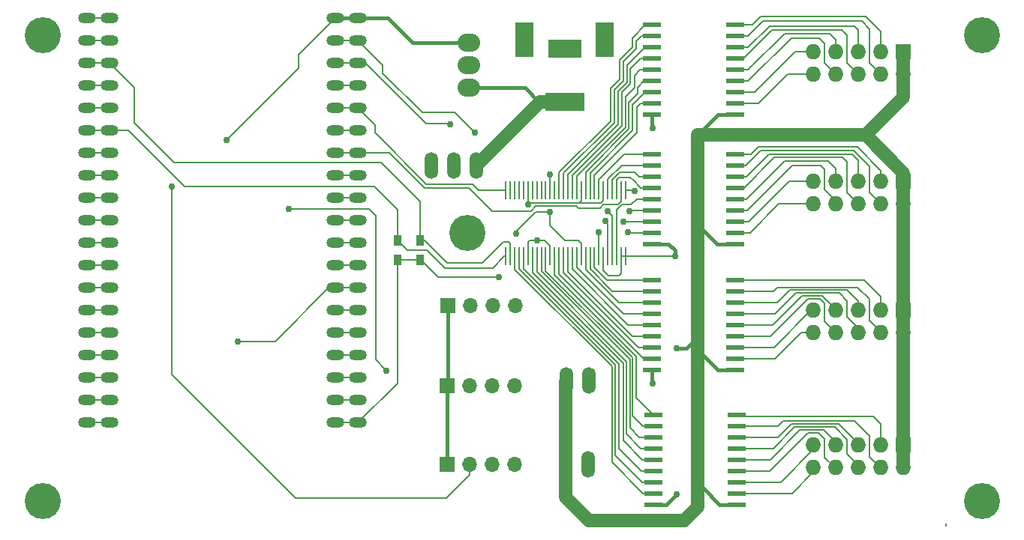
<source format=gtl>
G04 #@! TF.FileFunction,Copper,L1,Top,Signal*
%FSLAX46Y46*%
G04 Gerber Fmt 4.6, Leading zero omitted, Abs format (unit mm)*
G04 Created by KiCad (PCBNEW 4.0.6) date 06/27/17 09:44:02*
%MOMM*%
%LPD*%
G01*
G04 APERTURE LIST*
%ADD10C,0.100000*%
%ADD11O,2.540000X2.032000*%
%ADD12O,1.510000X3.010000*%
%ADD13R,4.400000X2.000000*%
%ADD14R,3.700000X2.000000*%
%ADD15R,2.000000X4.000000*%
%ADD16C,4.064000*%
%ADD17R,0.285000X2.000000*%
%ADD18R,1.700000X1.700000*%
%ADD19O,1.700000X1.700000*%
%ADD20R,2.000000X0.600000*%
%ADD21R,0.900000X1.200000*%
%ADD22O,2.000000X1.200000*%
%ADD23R,1.727200X1.727200*%
%ADD24O,1.727200X1.727200*%
%ADD25C,0.762000*%
%ADD26C,0.152400*%
%ADD27C,0.381000*%
%ADD28C,1.524000*%
G04 APERTURE END LIST*
D10*
D11*
X138176000Y-93535500D03*
X138176000Y-96075500D03*
X138176000Y-90995500D03*
D12*
X139001500Y-104838500D03*
X136461500Y-104838500D03*
X133921500Y-104838500D03*
D13*
X148971000Y-97630500D03*
D14*
X148971000Y-91630500D03*
D15*
X153471000Y-90630500D03*
X144471000Y-90630500D03*
D16*
X196088000Y-90106500D03*
X90043000Y-90106500D03*
X90043000Y-142811500D03*
X196088000Y-142811500D03*
X137998200Y-112509300D03*
D17*
X142348000Y-115129000D03*
X142848000Y-115129000D03*
X143348000Y-115129000D03*
X143848000Y-115129000D03*
X144348000Y-115129000D03*
X144848000Y-115129000D03*
X145348000Y-115129000D03*
X145848000Y-115129000D03*
X146348000Y-115129000D03*
X146848000Y-115129000D03*
X147348000Y-115129000D03*
X147848000Y-115129000D03*
X148348000Y-115129000D03*
X148848000Y-115129000D03*
X149348000Y-115129000D03*
X149848000Y-115129000D03*
X150348000Y-115129000D03*
X150848000Y-115129000D03*
X151348000Y-115129000D03*
X151848000Y-115129000D03*
X152348000Y-115129000D03*
X152848000Y-115129000D03*
X153348000Y-115129000D03*
X153848000Y-115129000D03*
X154348000Y-115129000D03*
X154848000Y-115129000D03*
X155348000Y-115129000D03*
X155848000Y-115129000D03*
X155848000Y-107629000D03*
X155348000Y-107629000D03*
X154848000Y-107629000D03*
X154348000Y-107629000D03*
X153848000Y-107629000D03*
X153348000Y-107629000D03*
X152848000Y-107629000D03*
X152348000Y-107629000D03*
X151848000Y-107629000D03*
X151348000Y-107629000D03*
X150848000Y-107629000D03*
X150348000Y-107629000D03*
X149848000Y-107629000D03*
X149348000Y-107629000D03*
X148848000Y-107629000D03*
X148348000Y-107629000D03*
X147848000Y-107629000D03*
X147348000Y-107629000D03*
X146848000Y-107629000D03*
X146348000Y-107629000D03*
X145848000Y-107629000D03*
X145348000Y-107629000D03*
X144848000Y-107629000D03*
X144348000Y-107629000D03*
X143848000Y-107629000D03*
X143348000Y-107629000D03*
X142848000Y-107629000D03*
X142348000Y-107629000D03*
D18*
X135763000Y-120650000D03*
D19*
X138303000Y-120650000D03*
X140843000Y-120650000D03*
X143383000Y-120650000D03*
D18*
X135699500Y-129730500D03*
D19*
X138239500Y-129730500D03*
X140779500Y-129730500D03*
X143319500Y-129730500D03*
D18*
X135699500Y-138620500D03*
D19*
X138239500Y-138620500D03*
X140779500Y-138620500D03*
X143319500Y-138620500D03*
D20*
X158850600Y-88963500D03*
X158850600Y-90233500D03*
X158850600Y-91503500D03*
X158850600Y-92773500D03*
X158850600Y-94043500D03*
X158850600Y-95313500D03*
X158850600Y-96583500D03*
X158850600Y-97853500D03*
X158850600Y-99123500D03*
X168250600Y-99123500D03*
X168250600Y-97853500D03*
X168250600Y-96583500D03*
X168250600Y-95313500D03*
X168250600Y-94043500D03*
X168250600Y-92773500D03*
X168250600Y-91503500D03*
X168250600Y-90233500D03*
X168250600Y-88963500D03*
X158825200Y-103543100D03*
X158825200Y-104813100D03*
X158825200Y-106083100D03*
X158825200Y-107353100D03*
X158825200Y-108623100D03*
X158825200Y-109893100D03*
X158825200Y-111163100D03*
X158825200Y-112433100D03*
X158825200Y-113703100D03*
X168225200Y-113703100D03*
X168225200Y-112433100D03*
X168225200Y-111163100D03*
X168225200Y-109893100D03*
X168225200Y-108623100D03*
X168225200Y-107353100D03*
X168225200Y-106083100D03*
X168225200Y-104813100D03*
X168225200Y-103543100D03*
X158850600Y-117792500D03*
X158850600Y-119062500D03*
X158850600Y-120332500D03*
X158850600Y-121602500D03*
X158850600Y-122872500D03*
X158850600Y-124142500D03*
X158850600Y-125412500D03*
X158850600Y-126682500D03*
X158850600Y-127952500D03*
X168250600Y-127952500D03*
X168250600Y-126682500D03*
X168250600Y-125412500D03*
X168250600Y-124142500D03*
X168250600Y-122872500D03*
X168250600Y-121602500D03*
X168250600Y-120332500D03*
X168250600Y-119062500D03*
X168250600Y-117792500D03*
X158977600Y-133007100D03*
X158977600Y-134277100D03*
X158977600Y-135547100D03*
X158977600Y-136817100D03*
X158977600Y-138087100D03*
X158977600Y-139357100D03*
X158977600Y-140627100D03*
X158977600Y-141897100D03*
X158977600Y-143167100D03*
X168377600Y-143167100D03*
X168377600Y-141897100D03*
X168377600Y-140627100D03*
X168377600Y-139357100D03*
X168377600Y-138087100D03*
X168377600Y-136817100D03*
X168377600Y-135547100D03*
X168377600Y-134277100D03*
X168377600Y-133007100D03*
D21*
X132651500Y-115527000D03*
X132651500Y-113327000D03*
X130111500Y-115527000D03*
X130111500Y-113327000D03*
D22*
X125653000Y-88201500D03*
X125653000Y-90741500D03*
X125653000Y-93281500D03*
X125653000Y-95821500D03*
X125653000Y-98361500D03*
X125653000Y-100901500D03*
X125653000Y-103441500D03*
X125653000Y-105981500D03*
X125653000Y-108521500D03*
X125653000Y-111061500D03*
X125653000Y-113601500D03*
X125653000Y-116141500D03*
X125653000Y-118681500D03*
X125653000Y-121221500D03*
X125653000Y-123761500D03*
X125653000Y-126301500D03*
X125653000Y-128841500D03*
X125653000Y-131381500D03*
X125653000Y-133921500D03*
X95073000Y-88201500D03*
X95073000Y-90741500D03*
X95073000Y-93281500D03*
X95073000Y-95821500D03*
X95073000Y-98361500D03*
X95073000Y-100901500D03*
X95073000Y-103441500D03*
X95073000Y-105981500D03*
X95073000Y-108521500D03*
X95073000Y-111061500D03*
X95073000Y-113601500D03*
X95073000Y-116141500D03*
X95073000Y-118681500D03*
X95073000Y-121221500D03*
X95073000Y-123761500D03*
X95073000Y-126301500D03*
X95073000Y-128841500D03*
X95073000Y-131381500D03*
X95073000Y-133921500D03*
X97613000Y-133921500D03*
X123063000Y-133921500D03*
X97613000Y-131381500D03*
X123063000Y-131381500D03*
X97613000Y-128841500D03*
X123063000Y-128841500D03*
X97613000Y-126301500D03*
X123063000Y-126301500D03*
X97613000Y-123761500D03*
X123063000Y-123761500D03*
X97613000Y-121221500D03*
X123063000Y-121221500D03*
X97613000Y-118681500D03*
X123063000Y-118681500D03*
X97613000Y-116141500D03*
X123063000Y-116141500D03*
X97613000Y-113601500D03*
X123063000Y-113601500D03*
X97613000Y-111061500D03*
X123063000Y-111061500D03*
X97613000Y-108521500D03*
X123063000Y-108521500D03*
X97613000Y-105981500D03*
X123063000Y-105981500D03*
X97613000Y-103441500D03*
X123063000Y-103441500D03*
X97613000Y-100901500D03*
X123063000Y-100901500D03*
X97613000Y-98361500D03*
X123063000Y-98361500D03*
X97613000Y-95821500D03*
X123063000Y-95821500D03*
X97613000Y-93281500D03*
X123063000Y-93281500D03*
X97613000Y-90741500D03*
X123063000Y-90741500D03*
X97613000Y-88201500D03*
X123063000Y-88201500D03*
D23*
X187198000Y-136461500D03*
D24*
X187198000Y-139001500D03*
X184658000Y-136461500D03*
X184658000Y-139001500D03*
X182118000Y-136461500D03*
X182118000Y-139001500D03*
X179578000Y-136461500D03*
X179578000Y-139001500D03*
X177038000Y-136461500D03*
X177038000Y-139001500D03*
D23*
X187198000Y-121221500D03*
D24*
X187198000Y-123761500D03*
X184658000Y-121221500D03*
X184658000Y-123761500D03*
X182118000Y-121221500D03*
X182118000Y-123761500D03*
X179578000Y-121221500D03*
X179578000Y-123761500D03*
X177038000Y-121221500D03*
X177038000Y-123761500D03*
D23*
X187198000Y-106616500D03*
D24*
X187198000Y-109156500D03*
X184658000Y-106616500D03*
X184658000Y-109156500D03*
X182118000Y-106616500D03*
X182118000Y-109156500D03*
X179578000Y-106616500D03*
X179578000Y-109156500D03*
X177038000Y-106616500D03*
X177038000Y-109156500D03*
D23*
X187198000Y-92011500D03*
D24*
X187198000Y-94551500D03*
X184658000Y-92011500D03*
X184658000Y-94551500D03*
X182118000Y-92011500D03*
X182118000Y-94551500D03*
X179578000Y-92011500D03*
X179578000Y-94551500D03*
X177038000Y-92011500D03*
X177038000Y-94551500D03*
D12*
X149123400Y-138620500D03*
X151663400Y-138620500D03*
X149174200Y-129171700D03*
X151714200Y-129171700D03*
D25*
X145859500Y-113284000D03*
X144843500Y-109283500D03*
X156908500Y-107759500D03*
X161417000Y-115062000D03*
X161607500Y-141986000D03*
X158877000Y-129476500D03*
X158877000Y-100647500D03*
X110807500Y-101981000D03*
X138874500Y-101155500D03*
X136080500Y-100203000D03*
X147320000Y-105854500D03*
X147320000Y-110109000D03*
X143510000Y-112585500D03*
X141541500Y-117475000D03*
X164084000Y-101536500D03*
X161607500Y-125476000D03*
X104648000Y-107251500D03*
X117856000Y-109791500D03*
X128841500Y-128016000D03*
X112077500Y-124714000D03*
X153797000Y-109982000D03*
X156273500Y-109982000D03*
X153543000Y-111125000D03*
X155638500Y-111188500D03*
X152844500Y-112395000D03*
X156146500Y-112395000D03*
D26*
X192024000Y-145605500D02*
X192024000Y-145351500D01*
X153348000Y-115129000D02*
X153348000Y-116708500D01*
X155348000Y-117003500D02*
X155348000Y-115129000D01*
X155067000Y-117284500D02*
X155348000Y-117003500D01*
X153924000Y-117284500D02*
X155067000Y-117284500D01*
X153348000Y-116708500D02*
X153924000Y-117284500D01*
X150848000Y-107629000D02*
X150848000Y-108867000D01*
X150848000Y-108867000D02*
X150622000Y-109093000D01*
X145859500Y-113284000D02*
X145034000Y-113284000D01*
X147348000Y-113883500D02*
X146748500Y-113284000D01*
X146748500Y-113284000D02*
X145859500Y-113284000D01*
X147348000Y-115129000D02*
X147348000Y-113883500D01*
X144848000Y-113470000D02*
X144848000Y-115129000D01*
X145034000Y-113284000D02*
X144848000Y-113470000D01*
X152844500Y-109093000D02*
X153035000Y-109093000D01*
X153225500Y-108902500D02*
X153348000Y-108780000D01*
X153348000Y-108780000D02*
X153348000Y-107629000D01*
X150622000Y-109093000D02*
X152844500Y-109093000D01*
X153035000Y-109093000D02*
X153225500Y-108902500D01*
X150304500Y-109093000D02*
X150622000Y-109093000D01*
X150304500Y-109093000D02*
X145034000Y-109093000D01*
X153348000Y-107629000D02*
X153348000Y-108526000D01*
X144848000Y-109279000D02*
X144843500Y-109283500D01*
X145034000Y-109283500D02*
X144843500Y-109474000D01*
X144848000Y-109279000D02*
X144848000Y-107629000D01*
X150812500Y-107664500D02*
X150848000Y-107629000D01*
X155848000Y-107629000D02*
X156778000Y-107629000D01*
X156778000Y-107629000D02*
X156908500Y-107759500D01*
X147348000Y-115129000D02*
X147348000Y-114201000D01*
X144848000Y-114295500D02*
X144848000Y-115129000D01*
D27*
X158825200Y-113703100D02*
X160693100Y-113703100D01*
X161417000Y-114427000D02*
X161417000Y-115062000D01*
X160693100Y-113703100D02*
X161417000Y-114427000D01*
D26*
X156146500Y-115062000D02*
X161417000Y-115062000D01*
D27*
X158977600Y-143167100D02*
X160426400Y-143167100D01*
X160426400Y-143167100D02*
X161607500Y-141986000D01*
D26*
X97613000Y-88201500D02*
X95073000Y-88201500D01*
X95073000Y-103441500D02*
X97613000Y-103441500D01*
X123063000Y-100901500D02*
X125653000Y-100901500D01*
X153348000Y-115129000D02*
X153348000Y-115946500D01*
X155348000Y-116051000D02*
X155348000Y-115129000D01*
X156146500Y-115062000D02*
X155415000Y-115062000D01*
X155415000Y-115062000D02*
X155348000Y-115129000D01*
X155915000Y-115062000D02*
X156146500Y-115062000D01*
X155915000Y-115062000D02*
X155848000Y-115129000D01*
D27*
X158850600Y-127952500D02*
X158850600Y-129450100D01*
X158850600Y-129450100D02*
X158877000Y-129476500D01*
X158850600Y-99123500D02*
X158850600Y-100621100D01*
X158850600Y-100621100D02*
X158877000Y-100647500D01*
X138176000Y-90995500D02*
X131826000Y-90995500D01*
X129032000Y-88201500D02*
X125603000Y-88201500D01*
X131826000Y-90995500D02*
X129032000Y-88201500D01*
D26*
X118935500Y-92329000D02*
X123063000Y-88201500D01*
X118935500Y-93853000D02*
X118935500Y-92329000D01*
X110807500Y-101981000D02*
X118935500Y-93853000D01*
D27*
X125653000Y-88201500D02*
X123063000Y-88201500D01*
D26*
X132905500Y-98869500D02*
X128460500Y-94424500D01*
X136588500Y-98869500D02*
X132905500Y-98869500D01*
X138874500Y-101155500D02*
X136588500Y-98869500D01*
X128460500Y-93549000D02*
X125653000Y-90741500D01*
X128460500Y-94424500D02*
X128460500Y-93549000D01*
X123063000Y-90741500D02*
X125653000Y-90741500D01*
X133350000Y-100139500D02*
X126492000Y-93281500D01*
X126492000Y-93281500D02*
X125653000Y-93281500D01*
X125653000Y-93281500D02*
X123063000Y-93281500D01*
X136080500Y-100203000D02*
X136017000Y-100139500D01*
X136017000Y-100139500D02*
X133350000Y-100139500D01*
X123063000Y-95821500D02*
X125653000Y-95821500D01*
X123063000Y-105981500D02*
X125653000Y-105981500D01*
X123063000Y-108521500D02*
X125653000Y-108521500D01*
X125653000Y-116141500D02*
X123063000Y-116141500D01*
X125653000Y-121221500D02*
X123063000Y-121221500D01*
X125653000Y-123761500D02*
X123063000Y-123761500D01*
X125653000Y-128841500D02*
X123063000Y-128841500D01*
X125653000Y-126301500D02*
X123063000Y-126301500D01*
X123063000Y-131381500D02*
X125653000Y-131381500D01*
X149034500Y-113347500D02*
X150558500Y-113347500D01*
X150848000Y-113637000D02*
X150848000Y-115129000D01*
X150558500Y-113347500D02*
X150848000Y-113637000D01*
X147320000Y-111569500D02*
X147320000Y-111633000D01*
X147320000Y-111633000D02*
X147510500Y-111823500D01*
X147510500Y-111823500D02*
X149034500Y-113347500D01*
X147320000Y-110109000D02*
X147320000Y-111569500D01*
X147320000Y-110109000D02*
X145669000Y-110109000D01*
X147348000Y-105882500D02*
X147320000Y-105854500D01*
X147348000Y-107629000D02*
X147348000Y-105882500D01*
X145669000Y-110109000D02*
X143510000Y-112268000D01*
X143510000Y-112268000D02*
X143510000Y-112585500D01*
X141541500Y-117475000D02*
X141541500Y-117475000D01*
X134683500Y-117475000D02*
X141541500Y-117475000D01*
X132735500Y-115527000D02*
X134683500Y-117475000D01*
X132651500Y-115527000D02*
X132735500Y-115527000D01*
X125653000Y-133921500D02*
X123063000Y-133921500D01*
X130111500Y-115527000D02*
X130111500Y-129463000D01*
X130111500Y-129463000D02*
X125653000Y-133921500D01*
X132588000Y-115527000D02*
X130111500Y-115527000D01*
X125653000Y-133921500D02*
X126555500Y-133921500D01*
X95073000Y-90741500D02*
X97613000Y-90741500D01*
X141605000Y-113919000D02*
X142049500Y-113474500D01*
X142848000Y-113638000D02*
X142848000Y-115129000D01*
X142684500Y-113474500D02*
X142848000Y-113638000D01*
X142049500Y-113474500D02*
X142684500Y-113474500D01*
X97613000Y-93281500D02*
X95073000Y-93281500D01*
X132651500Y-113327000D02*
X133202500Y-113327000D01*
X142848000Y-114273000D02*
X142848000Y-115129000D01*
X139700000Y-115824000D02*
X141605000Y-113919000D01*
X135699500Y-115824000D02*
X139700000Y-115824000D01*
X133202500Y-113327000D02*
X135699500Y-115824000D01*
X132651500Y-113327000D02*
X132651500Y-108902500D01*
X100393500Y-96062000D02*
X97613000Y-93281500D01*
X100393500Y-100012500D02*
X100393500Y-96062000D01*
X104902000Y-104521000D02*
X100393500Y-100012500D01*
X128270000Y-104521000D02*
X104902000Y-104521000D01*
X132651500Y-108902500D02*
X128270000Y-104521000D01*
X97613000Y-95821500D02*
X95073000Y-95821500D01*
X97613000Y-98361500D02*
X95073000Y-98361500D01*
X97613000Y-100901500D02*
X95073000Y-100901500D01*
X142348000Y-115129000D02*
X142173000Y-115129000D01*
X131211500Y-114427000D02*
X130111500Y-113327000D01*
X133413500Y-114427000D02*
X131211500Y-114427000D01*
X135445500Y-116459000D02*
X133413500Y-114427000D01*
X140843000Y-116459000D02*
X135445500Y-116459000D01*
X142173000Y-115129000D02*
X140843000Y-116459000D01*
X130111500Y-113327000D02*
X130111500Y-109855000D01*
X99695000Y-100901500D02*
X97613000Y-100901500D01*
X106045000Y-107251500D02*
X99695000Y-100901500D01*
X127508000Y-107251500D02*
X106045000Y-107251500D01*
X130111500Y-109855000D02*
X127508000Y-107251500D01*
X142348000Y-107629000D02*
X139315500Y-107629000D01*
X127571500Y-100280000D02*
X125653000Y-98361500D01*
X127571500Y-101155500D02*
X127571500Y-100280000D01*
X133350000Y-106934000D02*
X127571500Y-101155500D01*
X138620500Y-106934000D02*
X133350000Y-106934000D01*
X139315500Y-107629000D02*
X138620500Y-106934000D01*
X125653000Y-98361500D02*
X123063000Y-98361500D01*
X153416000Y-109283500D02*
X153352500Y-109283500D01*
X153352500Y-109283500D02*
X152971500Y-109664500D01*
X152781000Y-109664500D02*
X152971500Y-109664500D01*
X129730500Y-103949500D02*
X129222500Y-103441500D01*
X129222500Y-103441500D02*
X125653000Y-103441500D01*
X133159500Y-107378500D02*
X131445000Y-105664000D01*
X138176000Y-107378500D02*
X133159500Y-107378500D01*
X140779500Y-109982000D02*
X138176000Y-107378500D01*
X145161000Y-109982000D02*
X140779500Y-109982000D01*
X131445000Y-105664000D02*
X129730500Y-103949500D01*
X152781000Y-109664500D02*
X150558500Y-109664500D01*
X145732500Y-109410500D02*
X150050500Y-109410500D01*
X150050500Y-109410500D02*
X150114000Y-109410500D01*
X145161000Y-109982000D02*
X145732500Y-109410500D01*
X150304500Y-109410500D02*
X150558500Y-109664500D01*
X150114000Y-109410500D02*
X150304500Y-109410500D01*
X155348000Y-107629000D02*
X155348000Y-108875500D01*
X155348000Y-108875500D02*
X155003500Y-109220000D01*
X154686000Y-109283500D02*
X154940000Y-109283500D01*
X154686000Y-109283500D02*
X153416000Y-109283500D01*
X154940000Y-109283500D02*
X155003500Y-109220000D01*
X155321000Y-107656000D02*
X155348000Y-107629000D01*
X125653000Y-103441500D02*
X123063000Y-103441500D01*
X95073000Y-111061500D02*
X97613000Y-111061500D01*
X95073000Y-113601500D02*
X97613000Y-113601500D01*
X95073000Y-116141500D02*
X97613000Y-116141500D01*
X97613000Y-118681500D02*
X95073000Y-118681500D01*
X97613000Y-121221500D02*
X95073000Y-121221500D01*
X95073000Y-123761500D02*
X97613000Y-123761500D01*
X97613000Y-126301500D02*
X95073000Y-126301500D01*
X97613000Y-128841500D02*
X95073000Y-128841500D01*
X95073000Y-131381500D02*
X97613000Y-131381500D01*
X97613000Y-133921500D02*
X95073000Y-133921500D01*
D28*
X164084000Y-101536500D02*
X163957000Y-101536500D01*
X163957000Y-101536500D02*
X163957000Y-101409500D01*
D27*
X146209500Y-97630500D02*
X146081000Y-97630500D01*
X144526000Y-96075500D02*
X138176000Y-96075500D01*
X146081000Y-97630500D02*
X144526000Y-96075500D01*
D28*
X146209500Y-97630500D02*
X144677500Y-99162500D01*
X148971000Y-97630500D02*
X146209500Y-97630500D01*
D27*
X163893500Y-124333000D02*
X162750500Y-125476000D01*
X162750500Y-125476000D02*
X161607500Y-125476000D01*
X163893500Y-124333000D02*
X163957000Y-124333000D01*
D28*
X187198000Y-136461500D02*
X187198000Y-139001500D01*
X187198000Y-123761500D02*
X187198000Y-136461500D01*
D27*
X163957000Y-123126500D02*
X164274500Y-123126500D01*
X164274500Y-123126500D02*
X163957000Y-123126500D01*
D28*
X149123400Y-138620500D02*
X149123400Y-129222500D01*
X149123400Y-129222500D02*
X149174200Y-129171700D01*
X163957000Y-141351000D02*
X163957000Y-143446500D01*
X149123400Y-142392400D02*
X149123400Y-138620500D01*
X151701500Y-144970500D02*
X149123400Y-142392400D01*
X162433000Y-144970500D02*
X151701500Y-144970500D01*
X163957000Y-143446500D02*
X162433000Y-144970500D01*
D27*
X163957000Y-141351000D02*
X164655500Y-141351000D01*
X166471600Y-143167100D02*
X168377600Y-143167100D01*
X164655500Y-141351000D02*
X166471600Y-143167100D01*
X163957000Y-126238000D02*
X164592000Y-126238000D01*
X166306500Y-127952500D02*
X168250600Y-127952500D01*
X164592000Y-126238000D02*
X166306500Y-127952500D01*
X163957000Y-111760000D02*
X164274500Y-111760000D01*
X166217600Y-113703100D02*
X168225200Y-113703100D01*
X164274500Y-111760000D02*
X166217600Y-113703100D01*
D28*
X163957000Y-101409500D02*
X163957000Y-111760000D01*
X163957000Y-111760000D02*
X163957000Y-123126500D01*
X163957000Y-123126500D02*
X163957000Y-124333000D01*
X163957000Y-124333000D02*
X163957000Y-126238000D01*
X163957000Y-126238000D02*
X163957000Y-141351000D01*
X187198000Y-121221500D02*
X187198000Y-123761500D01*
X187198000Y-109156500D02*
X187198000Y-121221500D01*
X187198000Y-106616500D02*
X187198000Y-109156500D01*
X182943500Y-101409500D02*
X187198000Y-105664000D01*
X187198000Y-105664000D02*
X187198000Y-106616500D01*
X187198000Y-94551500D02*
X187198000Y-92011500D01*
X163957000Y-101409500D02*
X182943500Y-101409500D01*
X187198000Y-97155000D02*
X187198000Y-94551500D01*
X182943500Y-101409500D02*
X187198000Y-97155000D01*
D27*
X168250600Y-99123500D02*
X166243000Y-99123500D01*
X166243000Y-99123500D02*
X163957000Y-101409500D01*
D28*
X144677500Y-99162500D02*
X139001500Y-104838500D01*
D27*
X135699500Y-129730500D02*
X135699500Y-138620500D01*
X135763000Y-120650000D02*
X135763000Y-129667000D01*
X135763000Y-129667000D02*
X135699500Y-129730500D01*
X135763000Y-129603500D02*
X135636000Y-129730500D01*
D26*
X184658000Y-136461500D02*
X184658000Y-134048500D01*
X183832500Y-133223000D02*
X168593500Y-133223000D01*
X184658000Y-134048500D02*
X183832500Y-133223000D01*
X168593500Y-133223000D02*
X168377600Y-133007100D01*
X184658000Y-139001500D02*
X184594500Y-139001500D01*
X184594500Y-139001500D02*
X183388000Y-137795000D01*
X183388000Y-137795000D02*
X183388000Y-135445500D01*
X183388000Y-135445500D02*
X181673500Y-133731000D01*
X181673500Y-133731000D02*
X173609000Y-133731000D01*
X173609000Y-133731000D02*
X173062900Y-134277100D01*
X173062900Y-134277100D02*
X168377600Y-134277100D01*
X182118000Y-136461500D02*
X182118000Y-136271000D01*
X182118000Y-136271000D02*
X179895500Y-134048500D01*
X179895500Y-134048500D02*
X174561500Y-134048500D01*
X174561500Y-134048500D02*
X173062900Y-135547100D01*
X173062900Y-135547100D02*
X168377600Y-135547100D01*
X182118000Y-139001500D02*
X182118000Y-138684000D01*
X182118000Y-138684000D02*
X180848000Y-137414000D01*
X180848000Y-137414000D02*
X180848000Y-135826500D01*
X180848000Y-135826500D02*
X179451000Y-134429500D01*
X179451000Y-134429500D02*
X174942500Y-134429500D01*
X174942500Y-134429500D02*
X172554900Y-136817100D01*
X172554900Y-136817100D02*
X168377600Y-136817100D01*
X179578000Y-136461500D02*
X179578000Y-136080500D01*
X179578000Y-136080500D02*
X178244500Y-134747000D01*
X178244500Y-134747000D02*
X175514000Y-134747000D01*
X175514000Y-134747000D02*
X172173900Y-138087100D01*
X172173900Y-138087100D02*
X168377600Y-138087100D01*
X179578000Y-139001500D02*
X179451000Y-139001500D01*
X179451000Y-139001500D02*
X178308000Y-137858500D01*
X178308000Y-137858500D02*
X178308000Y-135763000D01*
X178308000Y-135763000D02*
X177609500Y-135064500D01*
X177609500Y-135064500D02*
X176403000Y-135064500D01*
X176403000Y-135064500D02*
X172110400Y-139357100D01*
X172110400Y-139357100D02*
X168377600Y-139357100D01*
X177038000Y-136461500D02*
X177038000Y-136969500D01*
X177038000Y-136969500D02*
X173380400Y-140627100D01*
X173380400Y-140627100D02*
X168377600Y-140627100D01*
X177038000Y-139001500D02*
X177038000Y-139509500D01*
X177038000Y-139509500D02*
X174650400Y-141897100D01*
X174650400Y-141897100D02*
X168377600Y-141897100D01*
X168250600Y-117792500D02*
X182753000Y-117792500D01*
X182753000Y-117792500D02*
X184658000Y-119697500D01*
X184658000Y-119697500D02*
X184658000Y-121221500D01*
X184658000Y-123761500D02*
X184658000Y-123634500D01*
X184658000Y-123634500D02*
X183388000Y-122364500D01*
X183388000Y-122364500D02*
X183388000Y-119951500D01*
X183388000Y-119951500D02*
X182054500Y-118618000D01*
X182054500Y-118618000D02*
X172974000Y-118618000D01*
X172974000Y-118618000D02*
X172529500Y-119062500D01*
X172529500Y-119062500D02*
X168250600Y-119062500D01*
X168250600Y-120332500D02*
X172974000Y-120332500D01*
X172974000Y-120332500D02*
X174371000Y-118935500D01*
X174371000Y-118935500D02*
X180848000Y-118935500D01*
X180848000Y-118935500D02*
X182118000Y-120205500D01*
X182118000Y-120205500D02*
X182118000Y-121221500D01*
X182118000Y-123761500D02*
X182118000Y-123253500D01*
X182118000Y-123253500D02*
X180848000Y-121983500D01*
X180848000Y-121983500D02*
X180848000Y-120142000D01*
X180848000Y-120142000D02*
X179959000Y-119253000D01*
X179959000Y-119253000D02*
X175069500Y-119253000D01*
X175069500Y-119253000D02*
X172720000Y-121602500D01*
X172720000Y-121602500D02*
X168250600Y-121602500D01*
X179578000Y-121221500D02*
X179578000Y-121094500D01*
X179578000Y-121094500D02*
X178054000Y-119570500D01*
X178054000Y-119570500D02*
X175768000Y-119570500D01*
X175768000Y-119570500D02*
X172466000Y-122872500D01*
X172466000Y-122872500D02*
X168250600Y-122872500D01*
X168250600Y-124142500D02*
X172212000Y-124142500D01*
X172212000Y-124142500D02*
X176466500Y-119888000D01*
X176466500Y-119888000D02*
X177800000Y-119888000D01*
X177800000Y-119888000D02*
X178308000Y-120396000D01*
X178308000Y-120396000D02*
X178308000Y-122491500D01*
X178308000Y-122491500D02*
X179578000Y-123761500D01*
X177038000Y-121221500D02*
X176784000Y-121221500D01*
X176784000Y-121221500D02*
X172593000Y-125412500D01*
X172593000Y-125412500D02*
X168250600Y-125412500D01*
X177038000Y-123761500D02*
X175641000Y-123761500D01*
X175641000Y-123761500D02*
X172720000Y-126682500D01*
X172720000Y-126682500D02*
X168250600Y-126682500D01*
X184658000Y-106616500D02*
X184658000Y-105410000D01*
X170014900Y-103543100D02*
X168225200Y-103543100D01*
X170815000Y-102743000D02*
X170014900Y-103543100D01*
X181991000Y-102743000D02*
X170815000Y-102743000D01*
X184658000Y-105410000D02*
X181991000Y-102743000D01*
X168225200Y-104813100D02*
X169443400Y-104813100D01*
X183388000Y-107886500D02*
X184658000Y-109156500D01*
X183388000Y-104902000D02*
X183388000Y-107886500D01*
X181610000Y-103124000D02*
X183388000Y-104902000D01*
X171132500Y-103124000D02*
X181610000Y-103124000D01*
X169443400Y-104813100D02*
X171132500Y-103124000D01*
X182118000Y-106616500D02*
X182118000Y-104267000D01*
X169506900Y-106083100D02*
X168225200Y-106083100D01*
X172021500Y-103568500D02*
X169506900Y-106083100D01*
X181419500Y-103568500D02*
X172021500Y-103568500D01*
X182118000Y-104267000D02*
X181419500Y-103568500D01*
X168225200Y-107353100D02*
X169252900Y-107353100D01*
X180848000Y-107886500D02*
X182118000Y-109156500D01*
X180848000Y-104457500D02*
X180848000Y-107886500D01*
X180340000Y-103949500D02*
X180848000Y-104457500D01*
X172656500Y-103949500D02*
X180340000Y-103949500D01*
X169252900Y-107353100D02*
X172656500Y-103949500D01*
X179578000Y-106616500D02*
X179578000Y-105219500D01*
X169506900Y-108623100D02*
X168225200Y-108623100D01*
X173799500Y-104330500D02*
X169506900Y-108623100D01*
X178689000Y-104330500D02*
X173799500Y-104330500D01*
X179578000Y-105219500D02*
X178689000Y-104330500D01*
X179578000Y-109156500D02*
X179578000Y-108839000D01*
X179578000Y-108839000D02*
X178308000Y-107569000D01*
X178308000Y-107569000D02*
X178308000Y-105283000D01*
X178308000Y-105283000D02*
X177863500Y-104838500D01*
X177863500Y-104838500D02*
X174625000Y-104838500D01*
X174625000Y-104838500D02*
X169570400Y-109893100D01*
X169570400Y-109893100D02*
X168225200Y-109893100D01*
X177038000Y-106616500D02*
X174307500Y-106616500D01*
X169760900Y-111163100D02*
X168225200Y-111163100D01*
X174307500Y-106616500D02*
X169760900Y-111163100D01*
X177038000Y-109156500D02*
X173164500Y-109156500D01*
X169887900Y-112433100D02*
X168225200Y-112433100D01*
X173164500Y-109156500D02*
X169887900Y-112433100D01*
X168250600Y-88963500D02*
X170180000Y-88963500D01*
X184658000Y-89725500D02*
X184658000Y-92011500D01*
X182943500Y-88011000D02*
X184658000Y-89725500D01*
X171132500Y-88011000D02*
X182943500Y-88011000D01*
X170180000Y-88963500D02*
X171132500Y-88011000D01*
X168250600Y-90233500D02*
X169672000Y-90233500D01*
X183388000Y-93281500D02*
X184658000Y-94551500D01*
X183388000Y-89408000D02*
X183388000Y-93281500D01*
X182499000Y-88519000D02*
X183388000Y-89408000D01*
X171386500Y-88519000D02*
X182499000Y-88519000D01*
X169672000Y-90233500D02*
X171386500Y-88519000D01*
X182118000Y-92011500D02*
X182118000Y-89535000D01*
X169672000Y-91503500D02*
X168250600Y-91503500D01*
X172085000Y-89090500D02*
X169672000Y-91503500D01*
X181673500Y-89090500D02*
X172085000Y-89090500D01*
X182118000Y-89535000D02*
X181673500Y-89090500D01*
X168250600Y-92773500D02*
X169164000Y-92773500D01*
X169164000Y-92773500D02*
X172402500Y-89535000D01*
X172402500Y-89535000D02*
X180276500Y-89535000D01*
X180276500Y-89535000D02*
X180848000Y-90106500D01*
X180848000Y-90106500D02*
X180848000Y-93281500D01*
X180848000Y-93281500D02*
X182118000Y-94551500D01*
X182118000Y-94551500D02*
X181927500Y-94551500D01*
X170180000Y-93535500D02*
X173355000Y-90360500D01*
X173355000Y-90360500D02*
X173799500Y-89916000D01*
X179578000Y-92011500D02*
X179578000Y-90614500D01*
X178879500Y-89916000D02*
X173799500Y-89916000D01*
X179578000Y-90614500D02*
X178879500Y-89916000D01*
X169672000Y-94043500D02*
X168250600Y-94043500D01*
X170180000Y-93535500D02*
X169672000Y-94043500D01*
X179578000Y-94551500D02*
X179578000Y-94488000D01*
X179578000Y-94488000D02*
X178308000Y-93218000D01*
X178308000Y-93218000D02*
X178308000Y-91059000D01*
X178308000Y-91059000D02*
X177673000Y-90424000D01*
X177673000Y-90424000D02*
X174561500Y-90424000D01*
X174561500Y-90424000D02*
X169672000Y-95313500D01*
X169672000Y-95313500D02*
X168250600Y-95313500D01*
X177038000Y-92011500D02*
X175006000Y-92011500D01*
X170434000Y-96583500D02*
X168250600Y-96583500D01*
X175006000Y-92011500D02*
X170434000Y-96583500D01*
X177038000Y-94551500D02*
X174117000Y-94551500D01*
X170815000Y-97853500D02*
X168250600Y-97853500D01*
X174117000Y-94551500D02*
X170815000Y-97853500D01*
X138239500Y-138620500D02*
X138239500Y-139795000D01*
X138239500Y-139795000D02*
X135604000Y-142430500D01*
X104648000Y-107251500D02*
X104648000Y-128460500D01*
X104648000Y-128460500D02*
X118618000Y-142430500D01*
X118618000Y-142430500D02*
X135604000Y-142430500D01*
X127635000Y-110490000D02*
X126936500Y-109791500D01*
X126936500Y-109791500D02*
X117856000Y-109791500D01*
X128841500Y-128016000D02*
X127635000Y-126809500D01*
X127635000Y-126809500D02*
X127635000Y-110490000D01*
X123063000Y-118681500D02*
X122364500Y-118681500D01*
X122364500Y-118681500D02*
X116332000Y-124714000D01*
X116332000Y-124714000D02*
X112077500Y-124714000D01*
X123063000Y-118681500D02*
X125653000Y-118681500D01*
X147848000Y-115129000D02*
X147848000Y-117241000D01*
X157035500Y-131065000D02*
X158977600Y-133007100D01*
X157035500Y-126428500D02*
X157035500Y-131065000D01*
X147848000Y-117241000D02*
X157035500Y-126428500D01*
X146848000Y-115129000D02*
X146848000Y-116749000D01*
X157835600Y-134277100D02*
X158977600Y-134277100D01*
X156654500Y-133096000D02*
X157835600Y-134277100D01*
X156654500Y-126555500D02*
X156654500Y-133096000D01*
X146848000Y-116749000D02*
X156654500Y-126555500D01*
X146348000Y-115129000D02*
X146348000Y-116820500D01*
X157391100Y-135547100D02*
X158977600Y-135547100D01*
X156337000Y-134493000D02*
X157391100Y-135547100D01*
X156337000Y-126809500D02*
X156337000Y-134493000D01*
X146348000Y-116820500D02*
X156337000Y-126809500D01*
X155956000Y-134810500D02*
X155956000Y-135191500D01*
X157581600Y-136817100D02*
X158977600Y-136817100D01*
X155956000Y-135191500D02*
X157581600Y-136817100D01*
X145848000Y-115129000D02*
X145848000Y-116892000D01*
X155956000Y-127000000D02*
X155956000Y-134810500D01*
X145848000Y-116892000D02*
X155956000Y-127000000D01*
X155575000Y-135826500D02*
X155575000Y-135890000D01*
X155575000Y-135890000D02*
X157772100Y-138087100D01*
X157772100Y-138087100D02*
X158977600Y-138087100D01*
X155448000Y-127063500D02*
X155575000Y-127190500D01*
X155575000Y-127190500D02*
X155575000Y-135826500D01*
X155575000Y-135890000D02*
X155575000Y-135826500D01*
X145348000Y-116963500D02*
X145348000Y-115129000D01*
X155448000Y-127063500D02*
X145348000Y-116963500D01*
X155067000Y-127254000D02*
X155130500Y-127317500D01*
X155130500Y-136842500D02*
X157645100Y-139357100D01*
X155130500Y-127317500D02*
X155130500Y-136842500D01*
X144348000Y-115129000D02*
X144348000Y-116535000D01*
X157645100Y-139357100D02*
X158977600Y-139357100D01*
X144348000Y-116535000D02*
X155067000Y-127254000D01*
X154686000Y-137096500D02*
X154686000Y-137604500D01*
X157708600Y-140627100D02*
X158977600Y-140627100D01*
X154686000Y-137604500D02*
X157708600Y-140627100D01*
X143848000Y-115129000D02*
X143848000Y-116543000D01*
X154686000Y-127381000D02*
X154686000Y-137096500D01*
X143848000Y-116543000D02*
X154686000Y-127381000D01*
X158216600Y-140627100D02*
X158977600Y-140627100D01*
X154305000Y-137604500D02*
X154305000Y-138366500D01*
X154305000Y-138366500D02*
X157835600Y-141897100D01*
X143348000Y-115129000D02*
X143348000Y-116614500D01*
X157835600Y-141897100D02*
X158977600Y-141897100D01*
X154305000Y-127571500D02*
X154305000Y-137604500D01*
X143348000Y-116614500D02*
X154305000Y-127571500D01*
X152348000Y-115129000D02*
X152348000Y-116407000D01*
X153733500Y-117792500D02*
X153987500Y-117792500D01*
X152348000Y-116407000D02*
X153733500Y-117792500D01*
X158850600Y-117792500D02*
X153987500Y-117792500D01*
X151848000Y-115129000D02*
X151848000Y-116542000D01*
X154368500Y-119062500D02*
X158850600Y-119062500D01*
X151848000Y-116542000D02*
X154368500Y-119062500D01*
X151348000Y-115129000D02*
X151348000Y-116613500D01*
X155067000Y-120332500D02*
X158850600Y-120332500D01*
X151348000Y-116613500D02*
X155067000Y-120332500D01*
X150348000Y-115129000D02*
X150348000Y-116375500D01*
X155575000Y-121602500D02*
X158850600Y-121602500D01*
X150348000Y-116375500D02*
X155575000Y-121602500D01*
X150348000Y-115129000D02*
X150348000Y-115931000D01*
X149848000Y-115129000D02*
X149848000Y-116574000D01*
X156146500Y-122872500D02*
X158850600Y-122872500D01*
X149848000Y-116574000D02*
X156146500Y-122872500D01*
X149848000Y-115129000D02*
X149848000Y-116066000D01*
X149348000Y-116459000D02*
X149348000Y-116836000D01*
X156654500Y-124142500D02*
X158850600Y-124142500D01*
X149348000Y-116836000D02*
X156654500Y-124142500D01*
X149348000Y-116328000D02*
X149348000Y-116459000D01*
X149348000Y-116328000D02*
X149348000Y-115129000D01*
X148848000Y-116840000D02*
X148848000Y-116971000D01*
X157289500Y-125412500D02*
X158850600Y-125412500D01*
X148848000Y-116971000D02*
X157289500Y-125412500D01*
X148848000Y-116395500D02*
X148848000Y-116840000D01*
X148848000Y-116395500D02*
X148848000Y-115129000D01*
X148348000Y-116522500D02*
X148348000Y-117106000D01*
X148348000Y-117106000D02*
X157924500Y-126682500D01*
X157924500Y-126682500D02*
X158850600Y-126682500D01*
X158850600Y-126682500D02*
X158242000Y-126682500D01*
X148348000Y-116522500D02*
X148348000Y-115129000D01*
X152848000Y-107629000D02*
X152848000Y-106422500D01*
X155727400Y-103543100D02*
X158825200Y-103543100D01*
X152848000Y-106422500D02*
X155727400Y-103543100D01*
X152848000Y-107629000D02*
X152848000Y-106867000D01*
X152844500Y-107625500D02*
X152848000Y-107629000D01*
X153848000Y-106616500D02*
X153848000Y-106375000D01*
X155409900Y-104813100D02*
X158825200Y-104813100D01*
X153848000Y-106375000D02*
X155409900Y-104813100D01*
X153848000Y-106616500D02*
X153848000Y-107629000D01*
X158799800Y-104838500D02*
X158825200Y-104813100D01*
X154348000Y-107629000D02*
X154348000Y-106446500D01*
X155194000Y-105600500D02*
X155638500Y-105600500D01*
X154348000Y-106446500D02*
X155194000Y-105600500D01*
X156908500Y-105600500D02*
X157391100Y-106083100D01*
X155638500Y-105600500D02*
X156908500Y-105600500D01*
X158825200Y-106083100D02*
X157391100Y-106083100D01*
X154348000Y-106700500D02*
X154348000Y-107629000D01*
X156781500Y-106553000D02*
X156400500Y-106172000D01*
X154848000Y-106454500D02*
X154848000Y-107629000D01*
X155130500Y-106172000D02*
X154848000Y-106454500D01*
X156400500Y-106172000D02*
X155130500Y-106172000D01*
X154848000Y-107629000D02*
X154848000Y-106899000D01*
X157581600Y-107353100D02*
X158825200Y-107353100D01*
X156781500Y-106553000D02*
X157581600Y-107353100D01*
X155479750Y-109251750D02*
X156495750Y-109251750D01*
X157124400Y-108623100D02*
X158825200Y-108623100D01*
X156495750Y-109251750D02*
X157124400Y-108623100D01*
X154848000Y-109883500D02*
X154848000Y-115129000D01*
X155479750Y-109251750D02*
X154848000Y-109883500D01*
X158825200Y-109893100D02*
X156362400Y-109893100D01*
X154348000Y-110533000D02*
X154348000Y-115129000D01*
X153797000Y-109982000D02*
X154348000Y-110533000D01*
X156362400Y-109893100D02*
X156273500Y-109982000D01*
X158825200Y-111163100D02*
X155663900Y-111163100D01*
X153848000Y-111430000D02*
X153848000Y-115129000D01*
X153543000Y-111125000D02*
X153848000Y-111430000D01*
X155663900Y-111163100D02*
X155638500Y-111188500D01*
X158825200Y-112433100D02*
X156184600Y-112433100D01*
X152848000Y-112398500D02*
X152848000Y-115129000D01*
X152844500Y-112395000D02*
X152848000Y-112398500D01*
X156184600Y-112433100D02*
X156146500Y-112395000D01*
X148348000Y-107629000D02*
X148348000Y-105652000D01*
X148348000Y-105652000D02*
X154178000Y-99822000D01*
X158850600Y-88963500D02*
X158051500Y-88963500D01*
X158051500Y-88963500D02*
X156591000Y-90424000D01*
X156591000Y-90424000D02*
X156591000Y-91503500D01*
X156591000Y-91503500D02*
X155194000Y-92900500D01*
X155194000Y-92900500D02*
X155194000Y-95123000D01*
X155194000Y-95123000D02*
X154178000Y-96139000D01*
X154178000Y-96139000D02*
X154178000Y-99822000D01*
X158850600Y-88963500D02*
X158178500Y-88963500D01*
X148848000Y-107629000D02*
X148848000Y-105723500D01*
X148848000Y-105723500D02*
X154559000Y-100012500D01*
X157607000Y-90233500D02*
X158850600Y-90233500D01*
X157035500Y-90805000D02*
X157607000Y-90233500D01*
X157035500Y-91630500D02*
X157035500Y-90805000D01*
X155575000Y-93091000D02*
X157035500Y-91630500D01*
X155575000Y-95313500D02*
X155575000Y-93091000D01*
X154559000Y-96329500D02*
X155575000Y-95313500D01*
X154559000Y-100012500D02*
X154559000Y-96329500D01*
X149348000Y-107629000D02*
X149348000Y-105858500D01*
X149348000Y-105858500D02*
X155003500Y-100203000D01*
X149348000Y-107629000D02*
X149348000Y-106684000D01*
X156019500Y-93535500D02*
X158051500Y-91503500D01*
X155003500Y-100203000D02*
X155003500Y-96456500D01*
X155003500Y-96456500D02*
X156019500Y-95440500D01*
X156019500Y-95440500D02*
X156019500Y-93535500D01*
X158051500Y-91503500D02*
X158850600Y-91503500D01*
X149848000Y-107629000D02*
X149848000Y-105930000D01*
X149848000Y-105930000D02*
X155448000Y-100330000D01*
X149848000Y-107629000D02*
X149848000Y-106755500D01*
X157543500Y-92773500D02*
X158850600Y-92773500D01*
X156400500Y-93916500D02*
X157543500Y-92773500D01*
X156400500Y-95631000D02*
X156400500Y-93916500D01*
X155448000Y-96583500D02*
X156400500Y-95631000D01*
X155448000Y-100330000D02*
X155448000Y-96583500D01*
X150348000Y-107629000D02*
X150348000Y-106001500D01*
X150348000Y-106001500D02*
X155829000Y-100520500D01*
X150348000Y-107629000D02*
X150348000Y-106954000D01*
X157480000Y-94043500D02*
X158850600Y-94043500D01*
X156845000Y-94678500D02*
X157480000Y-94043500D01*
X156845000Y-96012000D02*
X156845000Y-94678500D01*
X155829000Y-97028000D02*
X156845000Y-96012000D01*
X155829000Y-100520500D02*
X155829000Y-97028000D01*
X151348000Y-107629000D02*
X151348000Y-105573000D01*
X151348000Y-105573000D02*
X156210000Y-100711000D01*
X151348000Y-107629000D02*
X151348000Y-106716000D01*
X157226000Y-96012000D02*
X157924500Y-95313500D01*
X156210000Y-100711000D02*
X156210000Y-97726500D01*
X156210000Y-97726500D02*
X157226000Y-96710500D01*
X157226000Y-96710500D02*
X157226000Y-96012000D01*
X157924500Y-95313500D02*
X158850600Y-95313500D01*
X151848000Y-107629000D02*
X151848000Y-105708000D01*
X151848000Y-105708000D02*
X156654500Y-100901500D01*
X156654500Y-97980500D02*
X158051500Y-96583500D01*
X156654500Y-100901500D02*
X156654500Y-97980500D01*
X151848000Y-107629000D02*
X151848000Y-106724000D01*
X158051500Y-96583500D02*
X158850600Y-96583500D01*
X152348000Y-107629000D02*
X152348000Y-105970000D01*
X157543500Y-97853500D02*
X158850600Y-97853500D01*
X157162500Y-98234500D02*
X157543500Y-97853500D01*
X157162500Y-101155500D02*
X157162500Y-98234500D01*
X152348000Y-105970000D02*
X157162500Y-101155500D01*
X152348000Y-107629000D02*
X152348000Y-106732000D01*
X123063000Y-113601500D02*
X125653000Y-113601500D01*
X125653000Y-111061500D02*
X123063000Y-111061500D01*
X97613000Y-105981500D02*
X95073000Y-105981500D01*
X97613000Y-108521500D02*
X95073000Y-108521500D01*
M02*

</source>
